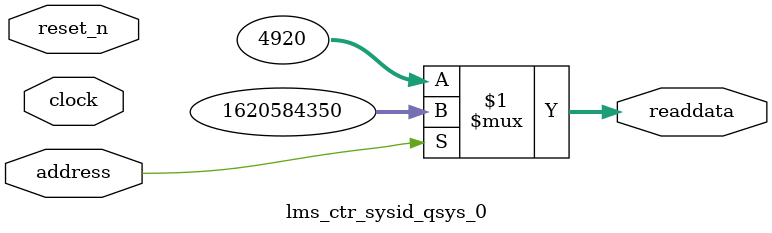
<source format=v>



// synthesis translate_off
`timescale 1ns / 1ps
// synthesis translate_on

// turn off superfluous verilog processor warnings 
// altera message_level Level1 
// altera message_off 10034 10035 10036 10037 10230 10240 10030 

module lms_ctr_sysid_qsys_0 (
               // inputs:
                address,
                clock,
                reset_n,

               // outputs:
                readdata
             )
;

  output  [ 31: 0] readdata;
  input            address;
  input            clock;
  input            reset_n;

  wire    [ 31: 0] readdata;
  //control_slave, which is an e_avalon_slave
  assign readdata = address ? 1620584350 : 4920;

endmodule



</source>
